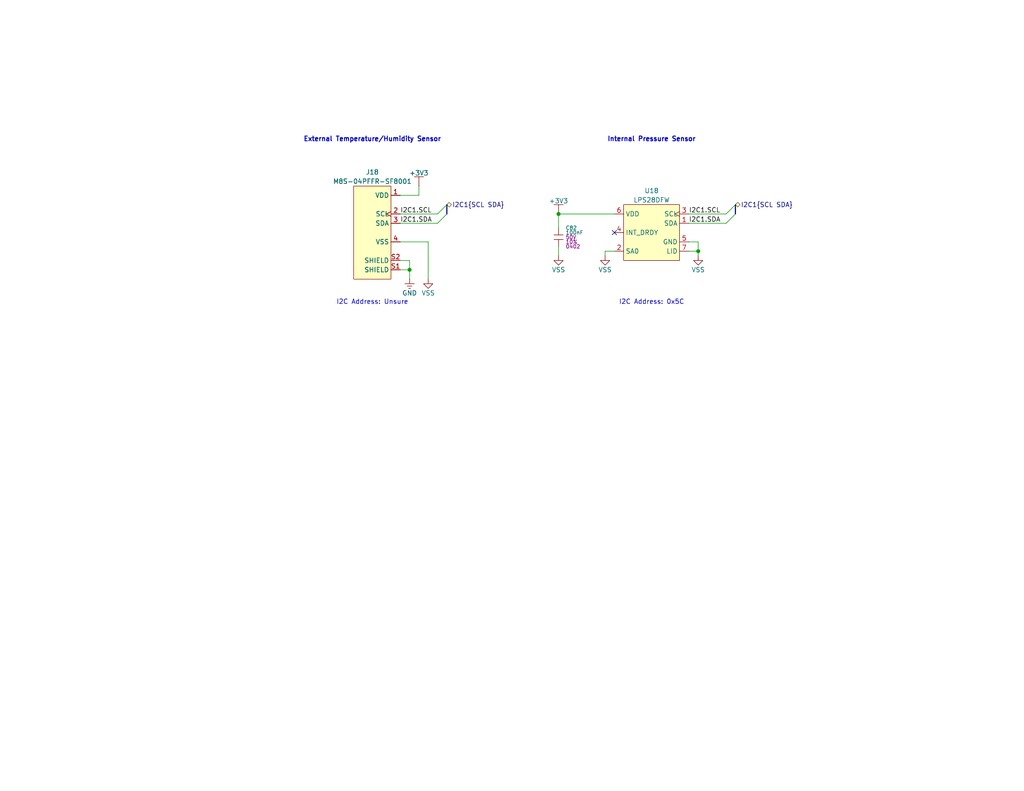
<source format=kicad_sch>
(kicad_sch (version 20250114) (generator "eeschema") (generator_version "9.0")
  (paper "USLetter")
  (title_block (title "Environmental Sensors") (date "2025-03-31") (rev "1") (comment 2 "PROTOTYPE") (comment 3 "2025"))
  (lib_symbols
    (symbol "lib_pwr:+3V3" (power) (pin_numbers (hide yes)) (pin_names (offset 0) (hide yes))
      (property "Value" "+3V3" (at 0 3.556 0))
      (symbol "+3V3_0_1"
        (polyline (pts (xy -1.27 2.54) (xy 0 2.54)))
        (polyline (pts (xy 0 2.54) (xy 1.27 2.54)))
        (polyline (pts (xy 0 0) (xy 0 2.54)))
      )
      (symbol "+3V3_1_1"
        (pin power_in line (at 0 0 90) (length 0) (name "~") (number "1"))
      )
    )
    (symbol "lib_pwr:GND" (power) (pin_numbers (hide yes)) (pin_names (offset 0) (hide yes))
      (property "Value" "GND" (at 0 -3.81 0))
      (symbol "GND_0_1"
        (polyline (pts (xy -1.27 -1.27) (xy -1.27 -1.27)))
        (polyline (pts (xy -0.635 -1.905) (xy 0.635 -1.905)))
        (polyline (pts (xy -0.254 -2.54) (xy -0.254 -2.54)))
        (polyline (pts (xy -0.254 -2.54) (xy 0.254 -2.54)))
        (polyline (pts (xy 0 0) (xy 0 -1.27)))
        (polyline (pts (xy 1.27 -1.27) (xy -1.27 -1.27)))
      )
      (symbol "GND_1_1"
        (pin power_in line (at 0 0 270) (length 0) (name "~") (number "1"))
      )
    )
    (symbol "lib_pwr:VSS" (power) (pin_numbers (hide yes)) (pin_names (offset 0) (hide yes))
      (property "Value" "VSS" (at 0 -3.81 0))
      (symbol "VSS_0_1"
        (polyline (pts (xy 0 0) (xy 0 -1.27) (xy 1.27 -1.27) (xy 0 -2.54) (xy -1.27 -1.27) (xy 0 -1.27)))
      )
      (symbol "VSS_1_1"
        (pin power_in line (at 0 0 270) (length 0) (name "~") (number "1"))
      )
    )
    (symbol "lib_sch:C" (pin_numbers (hide yes)) (pin_names (hide yes))
      (property "Reference" "C?" (at 1.905 2.54 0))
      (property "Value" "CAP" (at 1.905 1.27 0))
      (property "Tolerance" "TOL" (at 1.905 -1.27 0))
      (property "Voltage Rating" "VOLTAGE" (at 1.905 0 0))
      (property "Package" "PKG" (at 1.905 -2.54 0))
      (symbol "C_0_1"
        (polyline (pts (xy -1.27 0.635) (xy 1.27 0.635)))
        (polyline (pts (xy -1.27 -0.635) (xy 1.27 -0.635)))
      )
      (symbol "C_1_1"
        (pin passive line (at 0 2.54 270) (length 1.905) (name "") (number "1"))
        (pin passive line (at 0 -2.54 90) (length 1.905) (name "") (number "2"))
      )
    )
    (symbol "lib_sch:LPS28DFW"
      (property "Reference" "U?" (at 0 11.43 0))
      (property "Value" "LPS28DFW" (at 0 8.89 0))
      (symbol "LPS28DFW_0_0"
        (pin power_in line (at -10.16 5.08 0) (length 2.54) (name "VDD") (number "6"))
        (pin output line (at -10.16 0 0) (length 2.54) (name "INT_DRDY") (number "4"))
        (pin input line (at -10.16 -5.08 0) (length 2.54) (name "SA0") (number "2"))
        (pin bidirectional clock (at 10.16 5.08 180) (length 2.54) (name "SCL") (number "3"))
        (pin bidirectional line (at 10.16 2.54 180) (length 2.54) (name "SDA") (number "1"))
        (pin passive line (at 10.16 -2.54 180) (length 2.54) (name "GND") (number "5"))
      )
      (symbol "LPS28DFW_1_0"
        (pin passive line (at 10.16 -5.08 180) (length 2.54) (name "LID") (number "7"))
      )
      (symbol "LPS28DFW_1_1"
        (rectangle (start -7.62 7.62) (end 7.62 -7.62) (fill (type background)))
      )
    )
    (symbol "lib_sch:M8S-04PFFR-SF8001"
      (property "Reference" "J?" (at 0 16.51 0))
      (property "Value" "M8S-04PFFR-SF8001" (at 0 13.97 0))
      (symbol "M8S-04PFFR-SF8001_0_0"
        (pin power_out line (at 7.62 10.16 180) (length 2.54) (name "VDD") (number "1"))
        (pin bidirectional clock (at 7.62 5.08 180) (length 2.54) (name "SCL") (number "2"))
        (pin bidirectional line (at 7.62 2.54 180) (length 2.54) (name "SDA") (number "3"))
        (pin passive line (at 7.62 -7.62 180) (length 2.54) (name "SHIELD") (number "S2"))
        (pin passive line (at 7.62 -10.16 180) (length 2.54) (name "SHIELD") (number "S1"))
      )
      (symbol "M8S-04PFFR-SF8001_1_0"
        (pin power_in line (at 7.62 -2.54 180) (length 2.54) (name "VSS") (number "4"))
      )
      (symbol "M8S-04PFFR-SF8001_1_1"
        (rectangle (start -5.08 12.7) (end 5.08 -12.7) (fill (type background)))
      )
    )
  )
  (text "I2C Address: Unsure" (at 101.6 82.55 0) (effects (font (size 1.27 1.27) (thickness 0.1588))))
  (text "I2C Address: 0x5C" (at 177.8 82.55 0) (effects (font (size 1.27 1.27) (thickness 0.1588))))
  (text "Internal Pressure Sensor" (at 177.8 38.1 0) (effects (font (size 1.27 1.27) (thickness 0.254) (bold yes))))
  (text "External Temperature/Humidity Sensor" (at 101.6 38.1 0) (effects (font (size 1.27 1.27) (thickness 0.254) (bold yes))))
  (junction (at 152.4 58.42))
  (junction (at 111.76 73.66))
  (junction (at 190.5 68.58))
  (no_connect (at 167.64 63.5))
  (bus_entry (at 119.38 60.96) (size 2.54 -2.54))
  (bus_entry (at 119.38 58.42) (size 2.54 -2.54))
  (bus_entry (at 198.12 60.96) (size 2.54 -2.54))
  (bus_entry (at 198.12 58.42) (size 2.54 -2.54))
  (wire (pts (xy 187.96 66.04) (xy 190.5 66.04)))
  (wire (pts (xy 187.96 58.42) (xy 198.12 58.42)))
  (wire (pts (xy 111.76 76.2) (xy 111.76 73.66)))
  (wire (pts (xy 187.96 60.96) (xy 198.12 60.96)))
  (wire (pts (xy 109.22 66.04) (xy 116.84 66.04)))
  (wire (pts (xy 109.22 71.12) (xy 111.76 71.12)))
  (wire (pts (xy 152.4 67.31) (xy 152.4 69.85)))
  (wire (pts (xy 190.5 66.04) (xy 190.5 68.58)))
  (wire (pts (xy 152.4 62.23) (xy 152.4 58.42)))
  (wire (pts (xy 109.22 53.34) (xy 114.3 53.34)))
  (wire (pts (xy 190.5 69.85) (xy 190.5 68.58)))
  (wire (pts (xy 111.76 73.66) (xy 109.22 73.66)))
  (wire (pts (xy 165.1 68.58) (xy 167.64 68.58)))
  (wire (pts (xy 109.22 60.96) (xy 119.38 60.96)))
  (wire (pts (xy 114.3 53.34) (xy 114.3 50.8)))
  (wire (pts (xy 190.5 68.58) (xy 187.96 68.58)))
  (wire (pts (xy 152.4 58.42) (xy 167.64 58.42)))
  (wire (pts (xy 109.22 58.42) (xy 119.38 58.42)))
  (wire (pts (xy 116.84 66.04) (xy 116.84 76.2)))
  (bus (pts (xy 200.66 55.88) (xy 200.66 58.42)))
  (bus (pts (xy 121.92 55.88) (xy 121.92 58.42)))
  (wire (pts (xy 165.1 69.85) (xy 165.1 68.58)))
  (wire (pts (xy 111.76 71.12) (xy 111.76 73.66)))
  (label "I2C1.SCL" (at 187.96 58.42 0))
  (label "I2C1.SDA" (at 109.22 60.96 0))
  (label "I2C1.SCL" (at 109.22 58.42 0))
  (label "I2C1.SDA" (at 187.96 60.96 0))
  (hierarchical_label "I2C1{SCL SDA}" (shape bidirectional) (at 200.66 55.88 0))
  (hierarchical_label "I2C1{SCL SDA}" (shape bidirectional) (at 121.92 55.88 0))
  (symbol (lib_id "lib_pwr:VSS") (at 152.4 69.85 0) (unit 1)
    (property "Reference" "#PWR0186" (effects (hide yes)))
    (property "Value" "VSS" (at 152.4 73.66 0))
  )
  (symbol (lib_id "lib_sch:C") (at 152.4 64.77 0) (unit 1)
    (property "Reference" "C82" (at 154.305 62.23 0) (effects (font (size 1.016 1.016)) (justify left)))
    (property "Value" "100nF" (at 154.305 63.5 0) (effects (font (size 1.016 1.016)) (justify left)))
    (property "Footprint" "lib_passives:GCM0402" (effects (hide yes)))
    (property "Datasheet" "datasheets/Murata-Electronics-GRT155R71H104KE01.pdf" (effects (hide yes)))
    (property "Description" "CAP CER 0.1UF 50V X7R 0402" (effects (hide yes)))
    (property "Manufacturer" "Murata Electronics" (effects (hide yes)))
    (property "MPN" "GRT155R71H104KE01D" (effects (hide yes)))
    (property "DKPN" "490-GRT155R71H104KE01DCT-ND" (effects (hide yes)))
    (property "Tolerance" "10%" (at 154.305 66.04 0) (effects (font (size 1.016 1.016)) (justify left)))
    (property "Voltage Rating" "50V" (at 154.305 64.77 0) (effects (font (size 1.016 1.016)) (justify left)))
    (property "Package" "0402" (at 154.305 67.31 0) (effects (font (size 1.016 1.016)) (justify left)))
  )
  (symbol (lib_id "lib_pwr:+3V3") (at 114.3 50.8 0) (unit 1)
    (property "Reference" "#PWR0184" (effects (hide yes)))
    (property "Value" "+3V3" (at 114.3 47.244 0))
  )
  (symbol (lib_id "lib_sch:M8S-04PFFR-SF8001") (at 101.6 63.5 0) (unit 1)
    (property "Reference" "J18" (at 101.6 46.99 0))
    (property "Value" "M8S-04PFFR-SF8001" (at 101.6 49.53 0))
    (property "Footprint" "lib_connectors:M8S-04PFFR-SF8001" (effects (hide yes)))
    (property "Datasheet" "datasheets/Amphenol-M8S-04PFFR-SF8001.pdf" (effects (hide yes)))
    (property "Description" "CONN RCPT FMALE 4POS GOLD SOLDER" (effects (hide yes)))
    (property "Manufacturer" "Amphenol LTW" (effects (hide yes)))
    (property "MPN" "M8S-04PFFR-SF8001" (effects (hide yes)))
    (property "DKPN" "1754-1451-ND" (effects (hide yes)))
  )
  (symbol (lib_id "lib_pwr:VSS") (at 116.84 76.2 0) (unit 1)
    (property "Reference" "#PWR0190" (effects (hide yes)))
    (property "Value" "VSS" (at 116.84 80.01 0))
  )
  (symbol (lib_id "lib_pwr:VSS") (at 190.5 69.85 0) (unit 1)
    (property "Reference" "#PWR0188" (effects (hide yes)))
    (property "Value" "VSS" (at 190.5 73.66 0))
  )
  (symbol (lib_id "lib_sch:LPS28DFW") (at 177.8 63.5 0) (unit 1)
    (property "Reference" "U18" (at 177.8 52.07 0))
    (property "Value" "LPS28DFW" (at 177.8 54.61 0))
    (property "Footprint" "lib_ICs:CCLGA7_LPS28DFWTR" (effects (hide yes)))
    (property "Datasheet" "datasheets/ST-LPS28DFW.pdf" (effects (hide yes)))
    (property "Description" "SENSOR 58.89PSIA 24BIT CCLGA-7L" (effects (hide yes)))
    (property "Manufacturer" "STMicroelectronics" (effects (hide yes)))
    (property "MPN" "LPS28DFWTR" (effects (hide yes)))
    (property "DKPN" "497-LPS28DFWTRCT-ND" (effects (hide yes)))
  )
  (symbol (lib_id "lib_pwr:GND") (at 111.76 76.2 0) (unit 1)
    (property "Reference" "#PWR0189" (effects (hide yes)))
    (property "Value" "GND" (at 111.76 80.01 0))
  )
  (symbol (lib_id "lib_pwr:+3V3") (at 152.4 58.42 0) (unit 1)
    (property "Reference" "#PWR0185" (effects (hide yes)))
    (property "Value" "+3V3" (at 152.4 54.864 0))
  )
  (symbol (lib_id "lib_pwr:VSS") (at 165.1 69.85 0) (unit 1)
    (property "Reference" "#PWR0187" (effects (hide yes)))
    (property "Value" "VSS" (at 165.1 73.66 0))
  )
)
</source>
